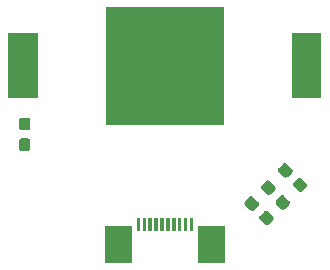
<source format=gbs>
G04 #@! TF.GenerationSoftware,KiCad,Pcbnew,5.1.6*
G04 #@! TF.CreationDate,2020-08-06T11:22:41+02:00*
G04 #@! TF.ProjectId,AnalogWatch,416e616c-6f67-4576-9174-63682e6b6963,rev?*
G04 #@! TF.SameCoordinates,Original*
G04 #@! TF.FileFunction,Soldermask,Bot*
G04 #@! TF.FilePolarity,Negative*
%FSLAX46Y46*%
G04 Gerber Fmt 4.6, Leading zero omitted, Abs format (unit mm)*
G04 Created by KiCad (PCBNEW 5.1.6) date 2020-08-06 11:22:41*
%MOMM*%
%LPD*%
G01*
G04 APERTURE LIST*
%ADD10C,0.100000*%
G04 APERTURE END LIST*
D10*
G36*
X105070000Y-112199500D02*
G01*
X102770000Y-112199500D01*
X102770000Y-109099500D01*
X105070000Y-109099500D01*
X105070000Y-112199500D01*
G37*
G36*
X97230000Y-112199500D02*
G01*
X94930000Y-112199500D01*
X94930000Y-109099500D01*
X97230000Y-109099500D01*
X97230000Y-112199500D01*
G37*
G36*
X97900000Y-109499500D02*
G01*
X97600000Y-109499500D01*
X97600000Y-108399500D01*
X97900000Y-108399500D01*
X97900000Y-109499500D01*
G37*
G36*
X98400000Y-109499500D02*
G01*
X98100000Y-109499500D01*
X98100000Y-108399500D01*
X98400000Y-108399500D01*
X98400000Y-109499500D01*
G37*
G36*
X98900000Y-109499500D02*
G01*
X98600000Y-109499500D01*
X98600000Y-108399500D01*
X98900000Y-108399500D01*
X98900000Y-109499500D01*
G37*
G36*
X99400000Y-109499500D02*
G01*
X99100000Y-109499500D01*
X99100000Y-108399500D01*
X99400000Y-108399500D01*
X99400000Y-109499500D01*
G37*
G36*
X99900000Y-109499500D02*
G01*
X99600000Y-109499500D01*
X99600000Y-108399500D01*
X99900000Y-108399500D01*
X99900000Y-109499500D01*
G37*
G36*
X100400000Y-109499500D02*
G01*
X100100000Y-109499500D01*
X100100000Y-108399500D01*
X100400000Y-108399500D01*
X100400000Y-109499500D01*
G37*
G36*
X100900000Y-109499500D02*
G01*
X100600000Y-109499500D01*
X100600000Y-108399500D01*
X100900000Y-108399500D01*
X100900000Y-109499500D01*
G37*
G36*
X101400000Y-109499500D02*
G01*
X101100000Y-109499500D01*
X101100000Y-108399500D01*
X101400000Y-108399500D01*
X101400000Y-109499500D01*
G37*
G36*
X101900000Y-109499500D02*
G01*
X101600000Y-109499500D01*
X101600000Y-108399500D01*
X101900000Y-108399500D01*
X101900000Y-109499500D01*
G37*
G36*
X102400000Y-109499500D02*
G01*
X102100000Y-109499500D01*
X102100000Y-108399500D01*
X102400000Y-108399500D01*
X102400000Y-109499500D01*
G37*
G36*
X108591053Y-107779734D02*
G01*
X108630874Y-107791814D01*
X108667568Y-107811426D01*
X108701639Y-107839388D01*
X108717577Y-107855326D01*
X108717583Y-107855331D01*
X109124169Y-108261917D01*
X109124174Y-108261923D01*
X109140112Y-108277861D01*
X109168074Y-108311932D01*
X109187686Y-108348626D01*
X109199766Y-108388447D01*
X109203844Y-108429855D01*
X109199766Y-108471263D01*
X109187686Y-108511084D01*
X109168074Y-108547778D01*
X109140112Y-108581849D01*
X109124174Y-108597787D01*
X109124169Y-108597793D01*
X108788293Y-108933669D01*
X108788287Y-108933674D01*
X108772349Y-108949612D01*
X108738278Y-108977574D01*
X108701584Y-108997186D01*
X108661763Y-109009266D01*
X108620355Y-109013344D01*
X108578947Y-109009266D01*
X108539126Y-108997186D01*
X108502432Y-108977574D01*
X108468361Y-108949612D01*
X108452423Y-108933674D01*
X108452417Y-108933669D01*
X108045831Y-108527083D01*
X108045826Y-108527077D01*
X108029888Y-108511139D01*
X108001926Y-108477068D01*
X107982314Y-108440374D01*
X107970234Y-108400553D01*
X107966156Y-108359145D01*
X107970234Y-108317737D01*
X107982314Y-108277916D01*
X108001926Y-108241222D01*
X108029888Y-108207151D01*
X108045826Y-108191213D01*
X108045831Y-108191207D01*
X108381707Y-107855331D01*
X108381713Y-107855326D01*
X108397651Y-107839388D01*
X108431722Y-107811426D01*
X108468416Y-107791814D01*
X108508237Y-107779734D01*
X108549645Y-107775656D01*
X108591053Y-107779734D01*
G37*
G36*
X107353617Y-106542298D02*
G01*
X107393438Y-106554378D01*
X107430132Y-106573990D01*
X107464203Y-106601952D01*
X107480141Y-106617890D01*
X107480147Y-106617895D01*
X107886733Y-107024481D01*
X107886738Y-107024487D01*
X107902676Y-107040425D01*
X107930638Y-107074496D01*
X107950250Y-107111190D01*
X107962330Y-107151011D01*
X107966408Y-107192419D01*
X107962330Y-107233827D01*
X107950250Y-107273648D01*
X107930638Y-107310342D01*
X107902676Y-107344413D01*
X107886738Y-107360351D01*
X107886733Y-107360357D01*
X107550857Y-107696233D01*
X107550851Y-107696238D01*
X107534913Y-107712176D01*
X107500842Y-107740138D01*
X107464148Y-107759750D01*
X107424327Y-107771830D01*
X107382919Y-107775908D01*
X107341511Y-107771830D01*
X107301690Y-107759750D01*
X107264996Y-107740138D01*
X107230925Y-107712176D01*
X107214987Y-107696238D01*
X107214981Y-107696233D01*
X106808395Y-107289647D01*
X106808390Y-107289641D01*
X106792452Y-107273703D01*
X106764490Y-107239632D01*
X106744878Y-107202938D01*
X106732798Y-107163117D01*
X106728720Y-107121709D01*
X106732798Y-107080301D01*
X106744878Y-107040480D01*
X106764490Y-107003786D01*
X106792452Y-106969715D01*
X106808390Y-106953777D01*
X106808395Y-106953771D01*
X107144271Y-106617895D01*
X107144277Y-106617890D01*
X107160215Y-106601952D01*
X107194286Y-106573990D01*
X107230980Y-106554378D01*
X107270801Y-106542298D01*
X107312209Y-106538220D01*
X107353617Y-106542298D01*
G37*
G36*
X109988053Y-106446234D02*
G01*
X110027874Y-106458314D01*
X110064568Y-106477926D01*
X110098639Y-106505888D01*
X110114577Y-106521826D01*
X110114583Y-106521831D01*
X110521169Y-106928417D01*
X110521174Y-106928423D01*
X110537112Y-106944361D01*
X110565074Y-106978432D01*
X110584686Y-107015126D01*
X110596766Y-107054947D01*
X110600844Y-107096355D01*
X110596766Y-107137763D01*
X110584686Y-107177584D01*
X110565074Y-107214278D01*
X110537112Y-107248349D01*
X110521174Y-107264287D01*
X110521169Y-107264293D01*
X110185293Y-107600169D01*
X110185287Y-107600174D01*
X110169349Y-107616112D01*
X110135278Y-107644074D01*
X110098584Y-107663686D01*
X110058763Y-107675766D01*
X110017355Y-107679844D01*
X109975947Y-107675766D01*
X109936126Y-107663686D01*
X109899432Y-107644074D01*
X109865361Y-107616112D01*
X109849423Y-107600174D01*
X109849417Y-107600169D01*
X109442831Y-107193583D01*
X109442826Y-107193577D01*
X109426888Y-107177639D01*
X109398926Y-107143568D01*
X109379314Y-107106874D01*
X109367234Y-107067053D01*
X109363156Y-107025645D01*
X109367234Y-106984237D01*
X109379314Y-106944416D01*
X109398926Y-106907722D01*
X109426888Y-106873651D01*
X109442826Y-106857713D01*
X109442831Y-106857707D01*
X109778707Y-106521831D01*
X109778713Y-106521826D01*
X109794651Y-106505888D01*
X109828722Y-106477926D01*
X109865416Y-106458314D01*
X109905237Y-106446234D01*
X109946645Y-106442156D01*
X109988053Y-106446234D01*
G37*
G36*
X108750617Y-105208798D02*
G01*
X108790438Y-105220878D01*
X108827132Y-105240490D01*
X108861203Y-105268452D01*
X108877141Y-105284390D01*
X108877147Y-105284395D01*
X109283733Y-105690981D01*
X109283738Y-105690987D01*
X109299676Y-105706925D01*
X109327638Y-105740996D01*
X109347250Y-105777690D01*
X109359330Y-105817511D01*
X109363408Y-105858919D01*
X109359330Y-105900327D01*
X109347250Y-105940148D01*
X109327638Y-105976842D01*
X109299676Y-106010913D01*
X109283738Y-106026851D01*
X109283733Y-106026857D01*
X108947857Y-106362733D01*
X108947851Y-106362738D01*
X108931913Y-106378676D01*
X108897842Y-106406638D01*
X108861148Y-106426250D01*
X108821327Y-106438330D01*
X108779919Y-106442408D01*
X108738511Y-106438330D01*
X108698690Y-106426250D01*
X108661996Y-106406638D01*
X108627925Y-106378676D01*
X108611987Y-106362738D01*
X108611981Y-106362733D01*
X108205395Y-105956147D01*
X108205390Y-105956141D01*
X108189452Y-105940203D01*
X108161490Y-105906132D01*
X108141878Y-105869438D01*
X108129798Y-105829617D01*
X108125720Y-105788209D01*
X108129798Y-105746801D01*
X108141878Y-105706980D01*
X108161490Y-105670286D01*
X108189452Y-105636215D01*
X108205390Y-105620277D01*
X108205395Y-105620271D01*
X108541271Y-105284395D01*
X108541277Y-105284390D01*
X108557215Y-105268452D01*
X108591286Y-105240490D01*
X108627980Y-105220878D01*
X108667801Y-105208798D01*
X108709209Y-105204720D01*
X108750617Y-105208798D01*
G37*
G36*
X111432271Y-104969452D02*
G01*
X111472092Y-104981532D01*
X111508786Y-105001144D01*
X111542857Y-105029106D01*
X111558795Y-105045044D01*
X111558801Y-105045049D01*
X111965387Y-105451635D01*
X111965392Y-105451641D01*
X111981330Y-105467579D01*
X112009292Y-105501650D01*
X112028904Y-105538344D01*
X112040984Y-105578165D01*
X112045062Y-105619573D01*
X112040984Y-105660981D01*
X112028904Y-105700802D01*
X112009292Y-105737496D01*
X111981330Y-105771567D01*
X111965392Y-105787505D01*
X111965387Y-105787511D01*
X111629511Y-106123387D01*
X111629505Y-106123392D01*
X111613567Y-106139330D01*
X111579496Y-106167292D01*
X111542802Y-106186904D01*
X111502981Y-106198984D01*
X111461573Y-106203062D01*
X111420165Y-106198984D01*
X111380344Y-106186904D01*
X111343650Y-106167292D01*
X111309579Y-106139330D01*
X111293641Y-106123392D01*
X111293635Y-106123387D01*
X110887049Y-105716801D01*
X110887044Y-105716795D01*
X110871106Y-105700857D01*
X110843144Y-105666786D01*
X110823532Y-105630092D01*
X110811452Y-105590271D01*
X110807374Y-105548863D01*
X110811452Y-105507455D01*
X110823532Y-105467634D01*
X110843144Y-105430940D01*
X110871106Y-105396869D01*
X110887044Y-105380931D01*
X110887049Y-105380925D01*
X111222925Y-105045049D01*
X111222931Y-105045044D01*
X111238869Y-105029106D01*
X111272940Y-105001144D01*
X111309634Y-104981532D01*
X111349455Y-104969452D01*
X111390863Y-104965374D01*
X111432271Y-104969452D01*
G37*
G36*
X110194835Y-103732016D02*
G01*
X110234656Y-103744096D01*
X110271350Y-103763708D01*
X110305421Y-103791670D01*
X110321359Y-103807608D01*
X110321365Y-103807613D01*
X110727951Y-104214199D01*
X110727956Y-104214205D01*
X110743894Y-104230143D01*
X110771856Y-104264214D01*
X110791468Y-104300908D01*
X110803548Y-104340729D01*
X110807626Y-104382137D01*
X110803548Y-104423545D01*
X110791468Y-104463366D01*
X110771856Y-104500060D01*
X110743894Y-104534131D01*
X110727956Y-104550069D01*
X110727951Y-104550075D01*
X110392075Y-104885951D01*
X110392069Y-104885956D01*
X110376131Y-104901894D01*
X110342060Y-104929856D01*
X110305366Y-104949468D01*
X110265545Y-104961548D01*
X110224137Y-104965626D01*
X110182729Y-104961548D01*
X110142908Y-104949468D01*
X110106214Y-104929856D01*
X110072143Y-104901894D01*
X110056205Y-104885956D01*
X110056199Y-104885951D01*
X109649613Y-104479365D01*
X109649608Y-104479359D01*
X109633670Y-104463421D01*
X109605708Y-104429350D01*
X109586096Y-104392656D01*
X109574016Y-104352835D01*
X109569938Y-104311427D01*
X109574016Y-104270019D01*
X109586096Y-104230198D01*
X109605708Y-104193504D01*
X109633670Y-104159433D01*
X109649608Y-104143495D01*
X109649613Y-104143489D01*
X109985489Y-103807613D01*
X109985495Y-103807608D01*
X110001433Y-103791670D01*
X110035504Y-103763708D01*
X110072198Y-103744096D01*
X110112019Y-103732016D01*
X110153427Y-103727938D01*
X110194835Y-103732016D01*
G37*
G36*
X88441908Y-101650820D02*
G01*
X88481729Y-101662900D01*
X88518423Y-101682512D01*
X88550589Y-101708911D01*
X88576988Y-101741077D01*
X88596600Y-101777771D01*
X88608680Y-101817592D01*
X88613000Y-101861454D01*
X88613000Y-102481546D01*
X88608680Y-102525408D01*
X88596600Y-102565229D01*
X88576988Y-102601923D01*
X88550589Y-102634089D01*
X88518423Y-102660488D01*
X88481729Y-102680100D01*
X88441908Y-102692180D01*
X88398046Y-102696500D01*
X87877954Y-102696500D01*
X87834092Y-102692180D01*
X87794271Y-102680100D01*
X87757577Y-102660488D01*
X87725411Y-102634089D01*
X87699012Y-102601923D01*
X87679400Y-102565229D01*
X87667320Y-102525408D01*
X87663000Y-102481546D01*
X87663000Y-101861454D01*
X87667320Y-101817592D01*
X87679400Y-101777771D01*
X87699012Y-101741077D01*
X87725411Y-101708911D01*
X87757577Y-101682512D01*
X87794271Y-101662900D01*
X87834092Y-101650820D01*
X87877954Y-101646500D01*
X88398046Y-101646500D01*
X88441908Y-101650820D01*
G37*
G36*
X88441908Y-99900820D02*
G01*
X88481729Y-99912900D01*
X88518423Y-99932512D01*
X88550589Y-99958911D01*
X88576988Y-99991077D01*
X88596600Y-100027771D01*
X88608680Y-100067592D01*
X88613000Y-100111454D01*
X88613000Y-100731546D01*
X88608680Y-100775408D01*
X88596600Y-100815229D01*
X88576988Y-100851923D01*
X88550589Y-100884089D01*
X88518423Y-100910488D01*
X88481729Y-100930100D01*
X88441908Y-100942180D01*
X88398046Y-100946500D01*
X87877954Y-100946500D01*
X87834092Y-100942180D01*
X87794271Y-100930100D01*
X87757577Y-100910488D01*
X87725411Y-100884089D01*
X87699012Y-100851923D01*
X87679400Y-100815229D01*
X87667320Y-100775408D01*
X87663000Y-100731546D01*
X87663000Y-100111454D01*
X87667320Y-100067592D01*
X87679400Y-100027771D01*
X87699012Y-99991077D01*
X87725411Y-99958911D01*
X87757577Y-99932512D01*
X87794271Y-99912900D01*
X87834092Y-99900820D01*
X87877954Y-99896500D01*
X88398046Y-99896500D01*
X88441908Y-99900820D01*
G37*
G36*
X105000000Y-100500000D02*
G01*
X95000000Y-100500000D01*
X95000000Y-90500000D01*
X105000000Y-90500000D01*
X105000000Y-100500000D01*
G37*
G36*
X113250000Y-98250000D02*
G01*
X110750000Y-98250000D01*
X110750000Y-92750000D01*
X113250000Y-92750000D01*
X113250000Y-98250000D01*
G37*
G36*
X89250000Y-98250000D02*
G01*
X86750000Y-98250000D01*
X86750000Y-92750000D01*
X89250000Y-92750000D01*
X89250000Y-98250000D01*
G37*
M02*

</source>
